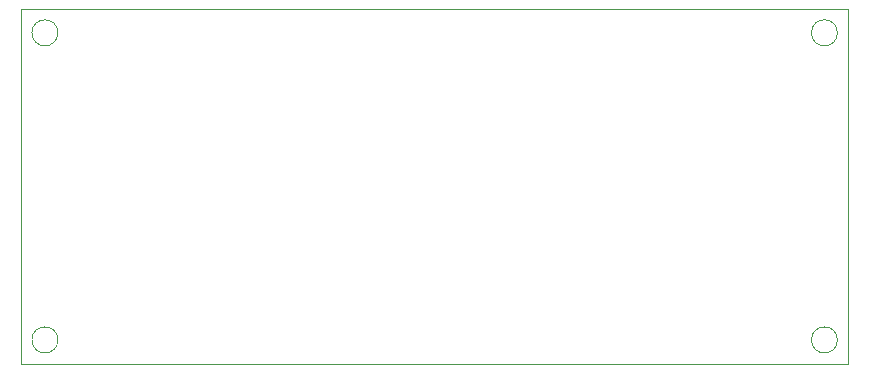
<source format=gbr>
%TF.GenerationSoftware,KiCad,Pcbnew,7.0.9*%
%TF.CreationDate,2024-08-10T11:55:06+09:00*%
%TF.ProjectId,LEDboard,4c454462-6f61-4726-942e-6b696361645f,rev?*%
%TF.SameCoordinates,Original*%
%TF.FileFunction,Profile,NP*%
%FSLAX46Y46*%
G04 Gerber Fmt 4.6, Leading zero omitted, Abs format (unit mm)*
G04 Created by KiCad (PCBNEW 7.0.9) date 2024-08-10 11:55:06*
%MOMM*%
%LPD*%
G01*
G04 APERTURE LIST*
%TA.AperFunction,Profile*%
%ADD10C,0.100000*%
%TD*%
G04 APERTURE END LIST*
D10*
X107100000Y-112000000D02*
G75*
G03*
X107100000Y-112000000I-1100000J0D01*
G01*
X107100000Y-86000000D02*
G75*
G03*
X107100000Y-86000000I-1100000J0D01*
G01*
X173100000Y-86000000D02*
G75*
G03*
X173100000Y-86000000I-1100000J0D01*
G01*
X173100000Y-112000000D02*
G75*
G03*
X173100000Y-112000000I-1100000J0D01*
G01*
X104000000Y-84000000D02*
X174000000Y-84000000D01*
X174000000Y-114000000D01*
X104000000Y-114000000D01*
X104000000Y-84000000D01*
M02*

</source>
